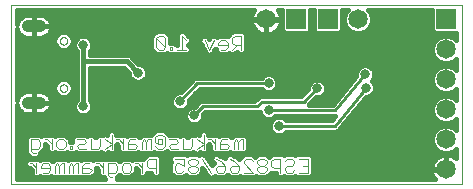
<source format=gbl>
G75*
%MOIN*%
%OFA0B0*%
%FSLAX25Y25*%
%IPPOS*%
%LPD*%
%AMOC8*
5,1,8,0,0,1.08239X$1,22.5*
%
%ADD10C,0.00000*%
%ADD11C,0.00400*%
%ADD12C,0.04000*%
%ADD13R,0.06500X0.06500*%
%ADD14C,0.06500*%
%ADD15C,0.03169*%
%ADD16C,0.01600*%
%ADD17C,0.01000*%
D10*
X0008000Y0002250D02*
X0008000Y0062211D01*
X0158201Y0062211D01*
X0158201Y0002250D01*
X0008000Y0002250D01*
X0024191Y0034376D02*
X0024193Y0034446D01*
X0024199Y0034516D01*
X0024209Y0034585D01*
X0024222Y0034654D01*
X0024240Y0034722D01*
X0024261Y0034789D01*
X0024286Y0034854D01*
X0024315Y0034918D01*
X0024347Y0034981D01*
X0024383Y0035041D01*
X0024422Y0035099D01*
X0024464Y0035155D01*
X0024509Y0035209D01*
X0024557Y0035260D01*
X0024608Y0035308D01*
X0024662Y0035353D01*
X0024718Y0035395D01*
X0024776Y0035434D01*
X0024836Y0035470D01*
X0024899Y0035502D01*
X0024963Y0035531D01*
X0025028Y0035556D01*
X0025095Y0035577D01*
X0025163Y0035595D01*
X0025232Y0035608D01*
X0025301Y0035618D01*
X0025371Y0035624D01*
X0025441Y0035626D01*
X0025511Y0035624D01*
X0025581Y0035618D01*
X0025650Y0035608D01*
X0025719Y0035595D01*
X0025787Y0035577D01*
X0025854Y0035556D01*
X0025919Y0035531D01*
X0025983Y0035502D01*
X0026046Y0035470D01*
X0026106Y0035434D01*
X0026164Y0035395D01*
X0026220Y0035353D01*
X0026274Y0035308D01*
X0026325Y0035260D01*
X0026373Y0035209D01*
X0026418Y0035155D01*
X0026460Y0035099D01*
X0026499Y0035041D01*
X0026535Y0034981D01*
X0026567Y0034918D01*
X0026596Y0034854D01*
X0026621Y0034789D01*
X0026642Y0034722D01*
X0026660Y0034654D01*
X0026673Y0034585D01*
X0026683Y0034516D01*
X0026689Y0034446D01*
X0026691Y0034376D01*
X0026689Y0034306D01*
X0026683Y0034236D01*
X0026673Y0034167D01*
X0026660Y0034098D01*
X0026642Y0034030D01*
X0026621Y0033963D01*
X0026596Y0033898D01*
X0026567Y0033834D01*
X0026535Y0033771D01*
X0026499Y0033711D01*
X0026460Y0033653D01*
X0026418Y0033597D01*
X0026373Y0033543D01*
X0026325Y0033492D01*
X0026274Y0033444D01*
X0026220Y0033399D01*
X0026164Y0033357D01*
X0026106Y0033318D01*
X0026046Y0033282D01*
X0025983Y0033250D01*
X0025919Y0033221D01*
X0025854Y0033196D01*
X0025787Y0033175D01*
X0025719Y0033157D01*
X0025650Y0033144D01*
X0025581Y0033134D01*
X0025511Y0033128D01*
X0025441Y0033126D01*
X0025371Y0033128D01*
X0025301Y0033134D01*
X0025232Y0033144D01*
X0025163Y0033157D01*
X0025095Y0033175D01*
X0025028Y0033196D01*
X0024963Y0033221D01*
X0024899Y0033250D01*
X0024836Y0033282D01*
X0024776Y0033318D01*
X0024718Y0033357D01*
X0024662Y0033399D01*
X0024608Y0033444D01*
X0024557Y0033492D01*
X0024509Y0033543D01*
X0024464Y0033597D01*
X0024422Y0033653D01*
X0024383Y0033711D01*
X0024347Y0033771D01*
X0024315Y0033834D01*
X0024286Y0033898D01*
X0024261Y0033963D01*
X0024240Y0034030D01*
X0024222Y0034098D01*
X0024209Y0034167D01*
X0024199Y0034236D01*
X0024193Y0034306D01*
X0024191Y0034376D01*
X0024191Y0050124D02*
X0024193Y0050194D01*
X0024199Y0050264D01*
X0024209Y0050333D01*
X0024222Y0050402D01*
X0024240Y0050470D01*
X0024261Y0050537D01*
X0024286Y0050602D01*
X0024315Y0050666D01*
X0024347Y0050729D01*
X0024383Y0050789D01*
X0024422Y0050847D01*
X0024464Y0050903D01*
X0024509Y0050957D01*
X0024557Y0051008D01*
X0024608Y0051056D01*
X0024662Y0051101D01*
X0024718Y0051143D01*
X0024776Y0051182D01*
X0024836Y0051218D01*
X0024899Y0051250D01*
X0024963Y0051279D01*
X0025028Y0051304D01*
X0025095Y0051325D01*
X0025163Y0051343D01*
X0025232Y0051356D01*
X0025301Y0051366D01*
X0025371Y0051372D01*
X0025441Y0051374D01*
X0025511Y0051372D01*
X0025581Y0051366D01*
X0025650Y0051356D01*
X0025719Y0051343D01*
X0025787Y0051325D01*
X0025854Y0051304D01*
X0025919Y0051279D01*
X0025983Y0051250D01*
X0026046Y0051218D01*
X0026106Y0051182D01*
X0026164Y0051143D01*
X0026220Y0051101D01*
X0026274Y0051056D01*
X0026325Y0051008D01*
X0026373Y0050957D01*
X0026418Y0050903D01*
X0026460Y0050847D01*
X0026499Y0050789D01*
X0026535Y0050729D01*
X0026567Y0050666D01*
X0026596Y0050602D01*
X0026621Y0050537D01*
X0026642Y0050470D01*
X0026660Y0050402D01*
X0026673Y0050333D01*
X0026683Y0050264D01*
X0026689Y0050194D01*
X0026691Y0050124D01*
X0026689Y0050054D01*
X0026683Y0049984D01*
X0026673Y0049915D01*
X0026660Y0049846D01*
X0026642Y0049778D01*
X0026621Y0049711D01*
X0026596Y0049646D01*
X0026567Y0049582D01*
X0026535Y0049519D01*
X0026499Y0049459D01*
X0026460Y0049401D01*
X0026418Y0049345D01*
X0026373Y0049291D01*
X0026325Y0049240D01*
X0026274Y0049192D01*
X0026220Y0049147D01*
X0026164Y0049105D01*
X0026106Y0049066D01*
X0026046Y0049030D01*
X0025983Y0048998D01*
X0025919Y0048969D01*
X0025854Y0048944D01*
X0025787Y0048923D01*
X0025719Y0048905D01*
X0025650Y0048892D01*
X0025581Y0048882D01*
X0025511Y0048876D01*
X0025441Y0048874D01*
X0025371Y0048876D01*
X0025301Y0048882D01*
X0025232Y0048892D01*
X0025163Y0048905D01*
X0025095Y0048923D01*
X0025028Y0048944D01*
X0024963Y0048969D01*
X0024899Y0048998D01*
X0024836Y0049030D01*
X0024776Y0049066D01*
X0024718Y0049105D01*
X0024662Y0049147D01*
X0024608Y0049192D01*
X0024557Y0049240D01*
X0024509Y0049291D01*
X0024464Y0049345D01*
X0024422Y0049401D01*
X0024383Y0049459D01*
X0024347Y0049519D01*
X0024315Y0049582D01*
X0024286Y0049646D01*
X0024261Y0049711D01*
X0024240Y0049778D01*
X0024222Y0049846D01*
X0024209Y0049915D01*
X0024199Y0049984D01*
X0024193Y0050054D01*
X0024191Y0050124D01*
D11*
X0056335Y0051037D02*
X0056335Y0047967D01*
X0057102Y0047200D01*
X0058637Y0047200D01*
X0059404Y0047967D01*
X0056335Y0051037D01*
X0057102Y0051804D01*
X0058637Y0051804D01*
X0059404Y0051037D01*
X0059404Y0047967D01*
X0060939Y0047967D02*
X0060939Y0047200D01*
X0061706Y0047200D01*
X0061706Y0047967D01*
X0060939Y0047967D01*
X0063241Y0047200D02*
X0066310Y0047200D01*
X0064775Y0047200D02*
X0064775Y0051804D01*
X0066310Y0050269D01*
X0072448Y0050269D02*
X0073983Y0047200D01*
X0075518Y0050269D01*
X0077052Y0049502D02*
X0077052Y0048735D01*
X0080122Y0048735D01*
X0080122Y0049502D02*
X0080122Y0047967D01*
X0079354Y0047200D01*
X0077820Y0047200D01*
X0077052Y0049502D02*
X0077820Y0050269D01*
X0079354Y0050269D01*
X0080122Y0049502D01*
X0081656Y0049502D02*
X0082424Y0048735D01*
X0084726Y0048735D01*
X0083191Y0048735D02*
X0081656Y0047200D01*
X0084726Y0047200D02*
X0084726Y0051804D01*
X0082424Y0051804D01*
X0081656Y0051037D01*
X0081656Y0049502D01*
X0072134Y0018804D02*
X0072134Y0014200D01*
X0072134Y0015735D02*
X0069832Y0017269D01*
X0068297Y0017269D02*
X0068297Y0014967D01*
X0067530Y0014200D01*
X0065228Y0014200D01*
X0065228Y0017269D01*
X0063693Y0016502D02*
X0062926Y0017269D01*
X0060624Y0017269D01*
X0059089Y0018037D02*
X0058322Y0018804D01*
X0056787Y0018804D01*
X0056020Y0018037D01*
X0056020Y0016502D01*
X0056787Y0015735D01*
X0056787Y0017269D01*
X0058322Y0017269D01*
X0058322Y0015735D01*
X0056787Y0015735D01*
X0056020Y0014967D02*
X0056787Y0014200D01*
X0058322Y0014200D01*
X0059089Y0014967D01*
X0059089Y0018037D01*
X0062926Y0015735D02*
X0063693Y0016502D01*
X0062926Y0015735D02*
X0061391Y0015735D01*
X0060624Y0014967D01*
X0061391Y0014200D01*
X0063693Y0014200D01*
X0069832Y0014200D02*
X0072134Y0015735D01*
X0073669Y0017269D02*
X0074436Y0017269D01*
X0075970Y0015735D01*
X0077505Y0015735D02*
X0079807Y0015735D01*
X0080574Y0014967D01*
X0079807Y0014200D01*
X0077505Y0014200D01*
X0077505Y0016502D01*
X0078272Y0017269D01*
X0079807Y0017269D01*
X0082109Y0016502D02*
X0082109Y0014200D01*
X0083644Y0014200D02*
X0083644Y0016502D01*
X0082876Y0017269D01*
X0082109Y0016502D01*
X0083644Y0016502D02*
X0084411Y0017269D01*
X0085178Y0017269D01*
X0085178Y0014200D01*
X0086213Y0010804D02*
X0087748Y0010804D01*
X0088515Y0010037D01*
X0090050Y0010037D02*
X0090050Y0009269D01*
X0090817Y0008502D01*
X0092352Y0008502D01*
X0093119Y0009269D01*
X0093119Y0010037D01*
X0092352Y0010804D01*
X0090817Y0010804D01*
X0090050Y0010037D01*
X0090817Y0008502D02*
X0090050Y0007735D01*
X0090050Y0006967D01*
X0090817Y0006200D01*
X0092352Y0006200D01*
X0093119Y0006967D01*
X0093119Y0007735D01*
X0092352Y0008502D01*
X0094654Y0008502D02*
X0094654Y0010037D01*
X0095421Y0010804D01*
X0097723Y0010804D01*
X0097723Y0006200D01*
X0099257Y0006967D02*
X0100025Y0006200D01*
X0101559Y0006200D01*
X0102327Y0006967D01*
X0103861Y0006200D02*
X0106931Y0006200D01*
X0106931Y0010804D01*
X0103861Y0010804D01*
X0102327Y0010037D02*
X0102327Y0009269D01*
X0101559Y0008502D01*
X0100025Y0008502D01*
X0099257Y0007735D01*
X0099257Y0006967D01*
X0097723Y0007735D02*
X0095421Y0007735D01*
X0094654Y0008502D01*
X0099257Y0010037D02*
X0100025Y0010804D01*
X0101559Y0010804D01*
X0102327Y0010037D01*
X0105396Y0008502D02*
X0106931Y0008502D01*
X0088515Y0006200D02*
X0085446Y0009269D01*
X0085446Y0010037D01*
X0086213Y0010804D01*
X0083911Y0008502D02*
X0081609Y0008502D01*
X0080842Y0007735D01*
X0080842Y0006967D01*
X0081609Y0006200D01*
X0083144Y0006200D01*
X0083911Y0006967D01*
X0083911Y0008502D01*
X0082376Y0010037D01*
X0080842Y0010804D01*
X0079307Y0008502D02*
X0077772Y0010037D01*
X0076238Y0010804D01*
X0077005Y0008502D02*
X0079307Y0008502D01*
X0079307Y0006967D01*
X0078540Y0006200D01*
X0077005Y0006200D01*
X0076238Y0006967D01*
X0076238Y0007735D01*
X0077005Y0008502D01*
X0074703Y0006200D02*
X0071634Y0010804D01*
X0070099Y0010037D02*
X0070099Y0009269D01*
X0069332Y0008502D01*
X0067797Y0008502D01*
X0067030Y0007735D01*
X0067030Y0006967D01*
X0067797Y0006200D01*
X0069332Y0006200D01*
X0070099Y0006967D01*
X0070099Y0007735D01*
X0069332Y0008502D01*
X0067797Y0008502D02*
X0067030Y0009269D01*
X0067030Y0010037D01*
X0067797Y0010804D01*
X0069332Y0010804D01*
X0070099Y0010037D01*
X0065495Y0010804D02*
X0065495Y0008502D01*
X0063961Y0009269D01*
X0063193Y0009269D01*
X0062426Y0008502D01*
X0062426Y0006967D01*
X0063193Y0006200D01*
X0064728Y0006200D01*
X0065495Y0006967D01*
X0065495Y0010804D02*
X0062426Y0010804D01*
X0056287Y0010804D02*
X0053986Y0010804D01*
X0053218Y0010037D01*
X0053218Y0008502D01*
X0053986Y0007735D01*
X0056287Y0007735D01*
X0056287Y0006200D02*
X0056287Y0010804D01*
X0051684Y0009269D02*
X0051684Y0006200D01*
X0047847Y0006967D02*
X0047080Y0006200D01*
X0045545Y0006200D01*
X0044778Y0006967D01*
X0044778Y0008502D01*
X0045545Y0009269D01*
X0047080Y0009269D01*
X0047847Y0008502D01*
X0047847Y0006967D01*
X0050149Y0009269D02*
X0051684Y0007735D01*
X0050149Y0009269D02*
X0049382Y0009269D01*
X0043243Y0008502D02*
X0043243Y0006967D01*
X0042476Y0006200D01*
X0040174Y0006200D01*
X0040174Y0005433D02*
X0040174Y0009269D01*
X0042476Y0009269D01*
X0043243Y0008502D01*
X0038639Y0009269D02*
X0038639Y0006200D01*
X0040174Y0005433D02*
X0040941Y0004665D01*
X0041708Y0004665D01*
X0038639Y0007735D02*
X0037104Y0009269D01*
X0036337Y0009269D01*
X0034035Y0009269D02*
X0032501Y0009269D01*
X0031733Y0008502D01*
X0031733Y0006200D01*
X0034035Y0006200D01*
X0034803Y0006967D01*
X0034035Y0007735D01*
X0031733Y0007735D01*
X0030199Y0009269D02*
X0029431Y0009269D01*
X0028664Y0008502D01*
X0027897Y0009269D01*
X0027129Y0008502D01*
X0027129Y0006200D01*
X0025595Y0006200D02*
X0025595Y0009269D01*
X0024827Y0009269D01*
X0024060Y0008502D01*
X0023293Y0009269D01*
X0022525Y0008502D01*
X0022525Y0006200D01*
X0024060Y0006200D02*
X0024060Y0008502D01*
X0020991Y0008502D02*
X0020223Y0009269D01*
X0018689Y0009269D01*
X0017921Y0008502D01*
X0017921Y0007735D01*
X0020991Y0007735D01*
X0020991Y0008502D02*
X0020991Y0006967D01*
X0020223Y0006200D01*
X0018689Y0006200D01*
X0016387Y0006200D02*
X0016387Y0009269D01*
X0016387Y0007735D02*
X0014852Y0009269D01*
X0014085Y0009269D01*
X0015352Y0012665D02*
X0014585Y0013433D01*
X0014585Y0017269D01*
X0016887Y0017269D01*
X0017654Y0016502D01*
X0017654Y0014967D01*
X0016887Y0014200D01*
X0014585Y0014200D01*
X0015352Y0012665D02*
X0016119Y0012665D01*
X0021491Y0014200D02*
X0021491Y0017269D01*
X0021491Y0015735D02*
X0019956Y0017269D01*
X0019189Y0017269D01*
X0023025Y0016502D02*
X0023793Y0017269D01*
X0025327Y0017269D01*
X0026095Y0016502D01*
X0026095Y0014967D01*
X0025327Y0014200D01*
X0023793Y0014200D01*
X0023025Y0014967D01*
X0023025Y0016502D01*
X0027629Y0014967D02*
X0027629Y0014200D01*
X0028397Y0014200D01*
X0028397Y0014967D01*
X0027629Y0014967D01*
X0029931Y0014967D02*
X0030699Y0015735D01*
X0032233Y0015735D01*
X0033001Y0016502D01*
X0032233Y0017269D01*
X0029931Y0017269D01*
X0029931Y0014967D02*
X0030699Y0014200D01*
X0033001Y0014200D01*
X0034535Y0014200D02*
X0034535Y0017269D01*
X0037604Y0017269D02*
X0037604Y0014967D01*
X0036837Y0014200D01*
X0034535Y0014200D01*
X0039139Y0014200D02*
X0041441Y0015735D01*
X0039139Y0017269D01*
X0041441Y0018804D02*
X0041441Y0014200D01*
X0043743Y0017269D02*
X0045278Y0015735D01*
X0046812Y0015735D02*
X0049114Y0015735D01*
X0049882Y0014967D01*
X0049114Y0014200D01*
X0046812Y0014200D01*
X0046812Y0016502D01*
X0047580Y0017269D01*
X0049114Y0017269D01*
X0051416Y0016502D02*
X0051416Y0014200D01*
X0052951Y0014200D02*
X0052951Y0016502D01*
X0052184Y0017269D01*
X0051416Y0016502D01*
X0052951Y0016502D02*
X0053718Y0017269D01*
X0054485Y0017269D01*
X0054485Y0014200D01*
X0045278Y0014200D02*
X0045278Y0017269D01*
X0043743Y0017269D02*
X0042976Y0017269D01*
X0030199Y0009269D02*
X0030199Y0006200D01*
X0028664Y0006200D02*
X0028664Y0008502D01*
X0075970Y0014200D02*
X0075970Y0017269D01*
X0085446Y0006200D02*
X0088515Y0006200D01*
D12*
X0017500Y0029550D02*
X0013500Y0029550D01*
X0013500Y0054950D02*
X0017500Y0054950D01*
D13*
X0103000Y0057250D03*
X0113500Y0057250D03*
X0153000Y0057250D03*
D14*
X0153000Y0047250D03*
X0153000Y0037250D03*
X0153000Y0027250D03*
X0153000Y0017250D03*
X0153000Y0007250D03*
X0123500Y0057250D03*
X0093000Y0057250D03*
D15*
X0126000Y0039000D03*
X0126250Y0034500D03*
X0110000Y0034250D03*
X0093750Y0036000D03*
X0075500Y0031250D03*
X0064250Y0030000D03*
X0069000Y0025250D03*
X0093750Y0027000D03*
X0097250Y0021750D03*
X0050250Y0039500D03*
X0037000Y0039500D03*
X0032000Y0048750D03*
X0032000Y0028250D03*
D16*
X0032000Y0043250D01*
X0046500Y0043250D01*
X0050250Y0039500D01*
X0053019Y0040614D02*
X0123439Y0040614D01*
X0123470Y0040690D02*
X0123016Y0039594D01*
X0123016Y0038406D01*
X0123021Y0038393D01*
X0115110Y0028900D01*
X0107337Y0028900D01*
X0107400Y0028963D01*
X0109703Y0031266D01*
X0110594Y0031266D01*
X0111690Y0031720D01*
X0112530Y0032560D01*
X0112984Y0033656D01*
X0112984Y0034844D01*
X0112530Y0035940D01*
X0111690Y0036780D01*
X0110594Y0037234D01*
X0109406Y0037234D01*
X0108310Y0036780D01*
X0107470Y0035940D01*
X0107016Y0034844D01*
X0107016Y0033953D01*
X0104713Y0031650D01*
X0091573Y0031650D01*
X0090861Y0031705D01*
X0090797Y0031650D01*
X0090713Y0031650D01*
X0090208Y0031145D01*
X0089047Y0030150D01*
X0072489Y0030150D01*
X0072454Y0030182D01*
X0071709Y0030150D01*
X0070963Y0030150D01*
X0070929Y0030116D01*
X0070881Y0030114D01*
X0070377Y0029564D01*
X0069850Y0029037D01*
X0069850Y0028989D01*
X0069158Y0028234D01*
X0068406Y0028234D01*
X0067310Y0027780D01*
X0066470Y0026940D01*
X0066016Y0025844D01*
X0066016Y0024656D01*
X0066470Y0023560D01*
X0067310Y0022720D01*
X0068406Y0022266D01*
X0069594Y0022266D01*
X0070690Y0022720D01*
X0071530Y0023560D01*
X0071984Y0024656D01*
X0071984Y0025694D01*
X0072586Y0026350D01*
X0089677Y0026350D01*
X0090389Y0026295D01*
X0090453Y0026350D01*
X0090537Y0026350D01*
X0090766Y0026579D01*
X0090766Y0026406D01*
X0091220Y0025310D01*
X0092060Y0024470D01*
X0093156Y0024016D01*
X0094344Y0024016D01*
X0095440Y0024470D01*
X0096070Y0025100D01*
X0115312Y0025100D01*
X0115388Y0025037D01*
X0116044Y0025096D01*
X0114853Y0023650D01*
X0099570Y0023650D01*
X0098940Y0024280D01*
X0097844Y0024734D01*
X0096656Y0024734D01*
X0095560Y0024280D01*
X0094720Y0023440D01*
X0094266Y0022344D01*
X0094266Y0021156D01*
X0094720Y0020060D01*
X0095560Y0019220D01*
X0096656Y0018766D01*
X0097844Y0018766D01*
X0098940Y0019220D01*
X0099570Y0019850D01*
X0115068Y0019850D01*
X0115150Y0019783D01*
X0115842Y0019850D01*
X0116537Y0019850D01*
X0116611Y0019925D01*
X0116716Y0019935D01*
X0117158Y0020471D01*
X0117650Y0020963D01*
X0117650Y0021068D01*
X0126254Y0031516D01*
X0126844Y0031516D01*
X0127940Y0031970D01*
X0128780Y0032810D01*
X0129234Y0033906D01*
X0129234Y0035094D01*
X0128780Y0036190D01*
X0128095Y0036875D01*
X0128530Y0037310D01*
X0128984Y0038406D01*
X0128984Y0039594D01*
X0128530Y0040690D01*
X0127690Y0041530D01*
X0126594Y0041984D01*
X0125406Y0041984D01*
X0124310Y0041530D01*
X0123470Y0040690D01*
X0123016Y0039016D02*
X0053234Y0039016D01*
X0053234Y0038906D02*
X0053234Y0040094D01*
X0052780Y0041190D01*
X0051940Y0042030D01*
X0050844Y0042484D01*
X0050377Y0042484D01*
X0048700Y0044161D01*
X0047411Y0045450D01*
X0034200Y0045450D01*
X0034200Y0046730D01*
X0034530Y0047060D01*
X0034984Y0048156D01*
X0034984Y0049344D01*
X0034530Y0050440D01*
X0033690Y0051280D01*
X0032594Y0051734D01*
X0031406Y0051734D01*
X0030310Y0051280D01*
X0029470Y0050440D01*
X0029016Y0049344D01*
X0029016Y0048156D01*
X0029470Y0047060D01*
X0029800Y0046730D01*
X0029800Y0030270D01*
X0029470Y0029940D01*
X0029016Y0028844D01*
X0029016Y0027656D01*
X0029470Y0026560D01*
X0030310Y0025720D01*
X0031406Y0025266D01*
X0032594Y0025266D01*
X0033690Y0025720D01*
X0034530Y0026560D01*
X0034984Y0027656D01*
X0034984Y0028844D01*
X0034530Y0029940D01*
X0034200Y0030270D01*
X0034200Y0041050D01*
X0045589Y0041050D01*
X0047266Y0039373D01*
X0047266Y0038906D01*
X0047720Y0037810D01*
X0048560Y0036970D01*
X0049656Y0036516D01*
X0050844Y0036516D01*
X0051940Y0036970D01*
X0052780Y0037810D01*
X0053234Y0038906D01*
X0052388Y0037417D02*
X0068727Y0037417D01*
X0068642Y0037329D02*
X0068100Y0036787D01*
X0068100Y0036763D01*
X0064478Y0032984D01*
X0063656Y0032984D01*
X0062560Y0032530D01*
X0061720Y0031690D01*
X0061266Y0030594D01*
X0061266Y0029406D01*
X0061720Y0028310D01*
X0062560Y0027470D01*
X0063656Y0027016D01*
X0064844Y0027016D01*
X0065940Y0027470D01*
X0066780Y0028310D01*
X0067234Y0029406D01*
X0067234Y0030368D01*
X0070811Y0034100D01*
X0091430Y0034100D01*
X0092060Y0033470D01*
X0093156Y0033016D01*
X0094344Y0033016D01*
X0095440Y0033470D01*
X0096280Y0034310D01*
X0096734Y0035406D01*
X0096734Y0036594D01*
X0096280Y0037690D01*
X0095440Y0038530D01*
X0094344Y0038984D01*
X0093156Y0038984D01*
X0092060Y0038530D01*
X0091430Y0037900D01*
X0070763Y0037900D01*
X0070746Y0037916D01*
X0069980Y0037900D01*
X0069213Y0037900D01*
X0069196Y0037883D01*
X0069173Y0037883D01*
X0068642Y0037329D01*
X0067195Y0035819D02*
X0034200Y0035819D01*
X0034200Y0034220D02*
X0065663Y0034220D01*
X0062781Y0032622D02*
X0034200Y0032622D01*
X0034200Y0031023D02*
X0061444Y0031023D01*
X0061266Y0029425D02*
X0034744Y0029425D01*
X0034984Y0027826D02*
X0062203Y0027826D01*
X0066297Y0027826D02*
X0067421Y0027826D01*
X0067234Y0029425D02*
X0070238Y0029425D01*
X0067862Y0031023D02*
X0090066Y0031023D01*
X0096191Y0034220D02*
X0107016Y0034220D01*
X0107420Y0035819D02*
X0096734Y0035819D01*
X0096393Y0037417D02*
X0122208Y0037417D01*
X0120876Y0035819D02*
X0112580Y0035819D01*
X0112984Y0034220D02*
X0119544Y0034220D01*
X0118212Y0032622D02*
X0112556Y0032622D01*
X0109460Y0031023D02*
X0116879Y0031023D01*
X0115547Y0029425D02*
X0107862Y0029425D01*
X0105685Y0032622D02*
X0069394Y0032622D01*
X0075500Y0031250D02*
X0076250Y0031000D01*
X0072474Y0026228D02*
X0090840Y0026228D01*
X0091900Y0024629D02*
X0071973Y0024629D01*
X0071001Y0023031D02*
X0094550Y0023031D01*
X0094266Y0021432D02*
X0009800Y0021432D01*
X0009800Y0019834D02*
X0040208Y0019834D01*
X0039841Y0019467D02*
X0039841Y0018724D01*
X0039475Y0018968D01*
X0038386Y0018750D01*
X0038267Y0018869D01*
X0036942Y0018869D01*
X0036070Y0017997D01*
X0035198Y0018869D01*
X0033872Y0018869D01*
X0033384Y0018381D01*
X0032896Y0018869D01*
X0029268Y0018869D01*
X0028331Y0017932D01*
X0028331Y0016607D01*
X0028370Y0016567D01*
X0027695Y0016567D01*
X0027695Y0017165D01*
X0027118Y0017741D01*
X0026927Y0017932D01*
X0026566Y0018293D01*
X0025990Y0018869D01*
X0023130Y0018869D01*
X0022642Y0018381D01*
X0022153Y0018869D01*
X0020828Y0018869D01*
X0020723Y0018765D01*
X0020619Y0018869D01*
X0018526Y0018869D01*
X0018038Y0018381D01*
X0017550Y0018869D01*
X0013922Y0018869D01*
X0012985Y0017932D01*
X0012985Y0012770D01*
X0013922Y0011833D01*
X0014689Y0011065D01*
X0016015Y0011065D01*
X0016782Y0011065D01*
X0017719Y0012003D01*
X0017719Y0012770D01*
X0018487Y0013537D01*
X0019254Y0014305D01*
X0019254Y0015669D01*
X0019293Y0015669D01*
X0019891Y0015072D01*
X0019891Y0013537D01*
X0020828Y0012600D01*
X0022153Y0012600D01*
X0022642Y0013088D01*
X0023130Y0012600D01*
X0025990Y0012600D01*
X0026478Y0013088D01*
X0026967Y0012600D01*
X0029059Y0012600D01*
X0029548Y0013088D01*
X0030036Y0012600D01*
X0033663Y0012600D01*
X0033768Y0012705D01*
X0033872Y0012600D01*
X0037500Y0012600D01*
X0037970Y0013070D01*
X0038175Y0012761D01*
X0039475Y0012501D01*
X0040316Y0013062D01*
X0040778Y0012600D01*
X0042104Y0012600D01*
X0043041Y0013537D01*
X0043041Y0015250D01*
X0043140Y0015399D01*
X0043087Y0015662D01*
X0043678Y0015072D01*
X0043678Y0013537D01*
X0044615Y0012600D01*
X0045940Y0012600D01*
X0046045Y0012705D01*
X0046150Y0012600D01*
X0049777Y0012600D01*
X0050265Y0013088D01*
X0050753Y0012600D01*
X0052079Y0012600D01*
X0052184Y0012705D01*
X0052288Y0012600D01*
X0053614Y0012600D01*
X0053718Y0012705D01*
X0053823Y0012600D01*
X0055148Y0012600D01*
X0055636Y0013088D01*
X0056125Y0012600D01*
X0058985Y0012600D01*
X0059857Y0013472D01*
X0059961Y0013367D01*
X0059961Y0013367D01*
X0060169Y0013160D01*
X0060729Y0012600D01*
X0064356Y0012600D01*
X0064461Y0012705D01*
X0064565Y0012600D01*
X0068193Y0012600D01*
X0068662Y0013070D01*
X0068868Y0012761D01*
X0070168Y0012501D01*
X0071009Y0013062D01*
X0071471Y0012600D01*
X0072797Y0012600D01*
X0073734Y0013537D01*
X0073734Y0015250D01*
X0073833Y0015399D01*
X0073780Y0015662D01*
X0074370Y0015072D01*
X0074370Y0013537D01*
X0075308Y0012600D01*
X0076633Y0012600D01*
X0076738Y0012705D01*
X0076842Y0012600D01*
X0080470Y0012600D01*
X0080958Y0013088D01*
X0081446Y0012600D01*
X0082772Y0012600D01*
X0082876Y0012705D01*
X0082981Y0012600D01*
X0084306Y0012600D01*
X0084411Y0012705D01*
X0084516Y0012600D01*
X0085841Y0012600D01*
X0086778Y0013537D01*
X0086778Y0017932D01*
X0085841Y0018869D01*
X0083748Y0018869D01*
X0083644Y0018765D01*
X0083539Y0018869D01*
X0082214Y0018869D01*
X0081446Y0018102D01*
X0081342Y0017997D01*
X0080470Y0018869D01*
X0077610Y0018869D01*
X0077121Y0018381D01*
X0076633Y0018869D01*
X0075308Y0018869D01*
X0075203Y0018765D01*
X0075099Y0018869D01*
X0073734Y0018869D01*
X0073734Y0019467D01*
X0072797Y0020404D01*
X0071471Y0020404D01*
X0070534Y0019467D01*
X0070534Y0018724D01*
X0070168Y0018968D01*
X0069079Y0018750D01*
X0068960Y0018869D01*
X0067635Y0018869D01*
X0066763Y0017997D01*
X0065891Y0018869D01*
X0064565Y0018869D01*
X0064077Y0018381D01*
X0063589Y0018869D01*
X0060519Y0018869D01*
X0060129Y0019259D01*
X0059922Y0019467D01*
X0059545Y0019844D01*
X0058985Y0020404D01*
X0056125Y0020404D01*
X0055357Y0019637D01*
X0054590Y0018869D01*
X0053055Y0018869D01*
X0052951Y0018765D01*
X0052846Y0018869D01*
X0051521Y0018869D01*
X0050753Y0018102D01*
X0050649Y0017997D01*
X0049777Y0018869D01*
X0046917Y0018869D01*
X0046429Y0018381D01*
X0045940Y0018869D01*
X0044615Y0018869D01*
X0044510Y0018765D01*
X0044406Y0018869D01*
X0043041Y0018869D01*
X0043041Y0019467D01*
X0042104Y0020404D01*
X0040778Y0020404D01*
X0039841Y0019467D01*
X0042674Y0019834D02*
X0055554Y0019834D01*
X0059555Y0019834D02*
X0070901Y0019834D01*
X0073367Y0019834D02*
X0094946Y0019834D01*
X0099554Y0019834D02*
X0115088Y0019834D01*
X0115673Y0019834D02*
X0149037Y0019834D01*
X0149058Y0019884D02*
X0148350Y0018175D01*
X0148350Y0016325D01*
X0149058Y0014616D01*
X0150366Y0013308D01*
X0152075Y0012600D01*
X0153925Y0012600D01*
X0155634Y0013308D01*
X0156401Y0014075D01*
X0156401Y0010991D01*
X0156290Y0011102D01*
X0155647Y0011569D01*
X0154939Y0011930D01*
X0154183Y0012176D01*
X0153397Y0012300D01*
X0153075Y0012300D01*
X0153075Y0007325D01*
X0152925Y0007325D01*
X0152925Y0012300D01*
X0152603Y0012300D01*
X0151817Y0012176D01*
X0151061Y0011930D01*
X0150353Y0011569D01*
X0149710Y0011102D01*
X0149148Y0010540D01*
X0148681Y0009897D01*
X0148320Y0009189D01*
X0148074Y0008433D01*
X0147950Y0007647D01*
X0147950Y0007325D01*
X0152925Y0007325D01*
X0152925Y0007175D01*
X0147950Y0007175D01*
X0147950Y0006853D01*
X0148074Y0006067D01*
X0148320Y0005311D01*
X0148681Y0004603D01*
X0149083Y0004050D01*
X0043308Y0004050D01*
X0043308Y0004770D01*
X0044010Y0005472D01*
X0044115Y0005367D01*
X0044322Y0005160D01*
X0044882Y0004600D01*
X0047742Y0004600D01*
X0049447Y0006305D01*
X0049447Y0007669D01*
X0049486Y0007669D01*
X0050084Y0007072D01*
X0050084Y0005537D01*
X0051021Y0004600D01*
X0052346Y0004600D01*
X0053284Y0005537D01*
X0053284Y0006174D01*
X0053323Y0006135D01*
X0054687Y0006135D01*
X0054687Y0005537D01*
X0055625Y0004600D01*
X0056950Y0004600D01*
X0057887Y0005537D01*
X0057887Y0011467D01*
X0056950Y0012404D01*
X0053323Y0012404D01*
X0052555Y0011637D01*
X0051788Y0010869D01*
X0051021Y0010869D01*
X0050916Y0010765D01*
X0050812Y0010869D01*
X0048719Y0010869D01*
X0048231Y0010381D01*
X0047742Y0010869D01*
X0044882Y0010869D01*
X0044010Y0009997D01*
X0043715Y0010293D01*
X0043138Y0010869D01*
X0039511Y0010869D01*
X0039406Y0010765D01*
X0039302Y0010869D01*
X0037976Y0010869D01*
X0037872Y0010765D01*
X0037767Y0010869D01*
X0035674Y0010869D01*
X0035186Y0010381D01*
X0034698Y0010869D01*
X0031838Y0010869D01*
X0031350Y0010381D01*
X0030861Y0010869D01*
X0028769Y0010869D01*
X0028664Y0010765D01*
X0028559Y0010869D01*
X0027234Y0010869D01*
X0026746Y0010381D01*
X0026257Y0010869D01*
X0024165Y0010869D01*
X0024060Y0010765D01*
X0023955Y0010869D01*
X0022630Y0010869D01*
X0021863Y0010102D01*
X0021758Y0009997D01*
X0021446Y0010309D01*
X0020886Y0010869D01*
X0018026Y0010869D01*
X0017538Y0010381D01*
X0017050Y0010869D01*
X0015724Y0010869D01*
X0015619Y0010765D01*
X0015515Y0010869D01*
X0013422Y0010869D01*
X0012485Y0009932D01*
X0012485Y0008607D01*
X0013422Y0007669D01*
X0014189Y0007669D01*
X0014787Y0007072D01*
X0014787Y0005537D01*
X0015724Y0004600D01*
X0017050Y0004600D01*
X0017538Y0005088D01*
X0018026Y0004600D01*
X0020886Y0004600D01*
X0021374Y0005088D01*
X0021863Y0004600D01*
X0023188Y0004600D01*
X0023293Y0004705D01*
X0023397Y0004600D01*
X0024723Y0004600D01*
X0024827Y0004705D01*
X0024932Y0004600D01*
X0026257Y0004600D01*
X0026362Y0004705D01*
X0026467Y0004600D01*
X0027792Y0004600D01*
X0027897Y0004705D01*
X0028001Y0004600D01*
X0029327Y0004600D01*
X0029431Y0004705D01*
X0029536Y0004600D01*
X0030861Y0004600D01*
X0030966Y0004705D01*
X0031070Y0004600D01*
X0034698Y0004600D01*
X0035927Y0005829D01*
X0036402Y0006305D01*
X0036402Y0007630D01*
X0036363Y0007669D01*
X0036442Y0007669D01*
X0037039Y0007072D01*
X0037039Y0005537D01*
X0037976Y0004600D01*
X0038744Y0004600D01*
X0039294Y0004050D01*
X0009800Y0004050D01*
X0009800Y0028673D01*
X0009846Y0028442D01*
X0010132Y0027750D01*
X0010548Y0027128D01*
X0011078Y0026598D01*
X0011700Y0026182D01*
X0012392Y0025896D01*
X0013126Y0025750D01*
X0015500Y0025750D01*
X0017874Y0025750D01*
X0018608Y0025896D01*
X0019300Y0026182D01*
X0019922Y0026598D01*
X0020452Y0027128D01*
X0020868Y0027750D01*
X0021154Y0028442D01*
X0021300Y0029176D01*
X0021300Y0029550D01*
X0021300Y0029924D01*
X0021154Y0030658D01*
X0020868Y0031350D01*
X0020452Y0031972D01*
X0019922Y0032502D01*
X0019300Y0032918D01*
X0018608Y0033204D01*
X0017874Y0033350D01*
X0015500Y0033350D01*
X0015500Y0029550D01*
X0015500Y0029550D01*
X0021300Y0029550D01*
X0015500Y0029550D01*
X0015500Y0029550D01*
X0015500Y0033350D01*
X0013126Y0033350D01*
X0012392Y0033204D01*
X0011700Y0032918D01*
X0011078Y0032502D01*
X0010548Y0031972D01*
X0010132Y0031350D01*
X0009846Y0030658D01*
X0009800Y0030427D01*
X0009800Y0054073D01*
X0009846Y0053842D01*
X0010132Y0053150D01*
X0010548Y0052528D01*
X0011078Y0051998D01*
X0011700Y0051582D01*
X0012392Y0051296D01*
X0013126Y0051150D01*
X0015500Y0051150D01*
X0017874Y0051150D01*
X0018608Y0051296D01*
X0019300Y0051582D01*
X0019922Y0051998D01*
X0020452Y0052528D01*
X0020868Y0053150D01*
X0021154Y0053842D01*
X0021300Y0054576D01*
X0021300Y0054950D01*
X0021300Y0055324D01*
X0021154Y0056058D01*
X0020868Y0056750D01*
X0020452Y0057372D01*
X0019922Y0057902D01*
X0019300Y0058318D01*
X0018608Y0058604D01*
X0017874Y0058750D01*
X0015500Y0058750D01*
X0015500Y0054950D01*
X0015500Y0054950D01*
X0021300Y0054950D01*
X0015500Y0054950D01*
X0015500Y0054950D01*
X0015500Y0058750D01*
X0013126Y0058750D01*
X0012392Y0058604D01*
X0011700Y0058318D01*
X0011078Y0057902D01*
X0010548Y0057372D01*
X0010132Y0056750D01*
X0009846Y0056058D01*
X0009800Y0055827D01*
X0009800Y0060411D01*
X0089054Y0060411D01*
X0088681Y0059897D01*
X0088320Y0059189D01*
X0088074Y0058433D01*
X0087950Y0057647D01*
X0087950Y0057325D01*
X0092925Y0057325D01*
X0092925Y0057175D01*
X0087950Y0057175D01*
X0087950Y0056853D01*
X0088074Y0056067D01*
X0088320Y0055311D01*
X0088681Y0054603D01*
X0089148Y0053960D01*
X0089710Y0053398D01*
X0090353Y0052931D01*
X0091061Y0052570D01*
X0091817Y0052324D01*
X0092603Y0052200D01*
X0092925Y0052200D01*
X0092925Y0057175D01*
X0093075Y0057175D01*
X0093075Y0057325D01*
X0098050Y0057325D01*
X0098050Y0057647D01*
X0097926Y0058433D01*
X0097680Y0059189D01*
X0097319Y0059897D01*
X0096946Y0060411D01*
X0098350Y0060411D01*
X0098350Y0053420D01*
X0099170Y0052600D01*
X0106830Y0052600D01*
X0107650Y0053420D01*
X0107650Y0060411D01*
X0108850Y0060411D01*
X0108850Y0053420D01*
X0109670Y0052600D01*
X0117330Y0052600D01*
X0118150Y0053420D01*
X0118150Y0060411D01*
X0120085Y0060411D01*
X0119558Y0059884D01*
X0118850Y0058175D01*
X0118850Y0056325D01*
X0119558Y0054616D01*
X0120866Y0053308D01*
X0122575Y0052600D01*
X0124425Y0052600D01*
X0126134Y0053308D01*
X0127442Y0054616D01*
X0128150Y0056325D01*
X0128150Y0058175D01*
X0127442Y0059884D01*
X0126915Y0060411D01*
X0148350Y0060411D01*
X0148350Y0053420D01*
X0149170Y0052600D01*
X0156401Y0052600D01*
X0156401Y0050425D01*
X0155634Y0051192D01*
X0153925Y0051900D01*
X0152075Y0051900D01*
X0150366Y0051192D01*
X0149058Y0049884D01*
X0148350Y0048175D01*
X0148350Y0046325D01*
X0149058Y0044616D01*
X0150366Y0043308D01*
X0152075Y0042600D01*
X0153925Y0042600D01*
X0155634Y0043308D01*
X0156401Y0044075D01*
X0156401Y0040425D01*
X0155634Y0041192D01*
X0153925Y0041900D01*
X0152075Y0041900D01*
X0150366Y0041192D01*
X0149058Y0039884D01*
X0148350Y0038175D01*
X0148350Y0036325D01*
X0149058Y0034616D01*
X0150366Y0033308D01*
X0152075Y0032600D01*
X0153925Y0032600D01*
X0155634Y0033308D01*
X0156401Y0034075D01*
X0156401Y0030425D01*
X0155634Y0031192D01*
X0153925Y0031900D01*
X0152075Y0031900D01*
X0150366Y0031192D01*
X0149058Y0029884D01*
X0148350Y0028175D01*
X0148350Y0026325D01*
X0149058Y0024616D01*
X0150366Y0023308D01*
X0152075Y0022600D01*
X0153925Y0022600D01*
X0155634Y0023308D01*
X0156401Y0024075D01*
X0156401Y0020425D01*
X0155634Y0021192D01*
X0153925Y0021900D01*
X0152075Y0021900D01*
X0150366Y0021192D01*
X0149058Y0019884D01*
X0150946Y0021432D02*
X0117950Y0021432D01*
X0119266Y0023031D02*
X0151035Y0023031D01*
X0149052Y0024629D02*
X0120582Y0024629D01*
X0121899Y0026228D02*
X0148390Y0026228D01*
X0148350Y0027826D02*
X0123215Y0027826D01*
X0124532Y0029425D02*
X0148868Y0029425D01*
X0150197Y0031023D02*
X0125848Y0031023D01*
X0128592Y0032622D02*
X0152023Y0032622D01*
X0153977Y0032622D02*
X0156401Y0032622D01*
X0156401Y0031023D02*
X0155803Y0031023D01*
X0149454Y0034220D02*
X0129234Y0034220D01*
X0128934Y0035819D02*
X0148560Y0035819D01*
X0148350Y0037417D02*
X0128575Y0037417D01*
X0128984Y0039016D02*
X0148698Y0039016D01*
X0149788Y0040614D02*
X0128561Y0040614D01*
X0148729Y0045410D02*
X0047451Y0045410D01*
X0049050Y0043811D02*
X0149863Y0043811D01*
X0148350Y0047008D02*
X0086326Y0047008D01*
X0086326Y0046537D02*
X0086326Y0052467D01*
X0085388Y0053404D01*
X0081761Y0053404D01*
X0080994Y0052637D01*
X0080122Y0051765D01*
X0080017Y0051869D01*
X0077157Y0051869D01*
X0076736Y0051449D01*
X0075640Y0051997D01*
X0074383Y0051578D01*
X0073983Y0050778D01*
X0073583Y0051578D01*
X0072326Y0051997D01*
X0071140Y0051404D01*
X0070721Y0050146D01*
X0072501Y0046586D01*
X0072675Y0046065D01*
X0072791Y0046007D01*
X0072848Y0045892D01*
X0073369Y0045718D01*
X0073860Y0045473D01*
X0073983Y0045513D01*
X0074106Y0045473D01*
X0074597Y0045718D01*
X0075118Y0045892D01*
X0075176Y0046007D01*
X0075291Y0046065D01*
X0075465Y0046586D01*
X0075956Y0047568D01*
X0076220Y0047305D01*
X0076220Y0046537D01*
X0077157Y0045600D01*
X0080017Y0045600D01*
X0080505Y0046088D01*
X0080994Y0045600D01*
X0082319Y0045600D01*
X0083191Y0046472D01*
X0084063Y0045600D01*
X0085388Y0045600D01*
X0086326Y0046537D01*
X0086326Y0048607D02*
X0148529Y0048607D01*
X0149379Y0050205D02*
X0086326Y0050205D01*
X0086326Y0051804D02*
X0151843Y0051804D01*
X0154157Y0051804D02*
X0156401Y0051804D01*
X0148368Y0053402D02*
X0126228Y0053402D01*
X0127601Y0055001D02*
X0148350Y0055001D01*
X0148350Y0056599D02*
X0128150Y0056599D01*
X0128140Y0058198D02*
X0148350Y0058198D01*
X0148350Y0059796D02*
X0127478Y0059796D01*
X0119522Y0059796D02*
X0118150Y0059796D01*
X0118150Y0058198D02*
X0118860Y0058198D01*
X0118850Y0056599D02*
X0118150Y0056599D01*
X0118150Y0055001D02*
X0119398Y0055001D01*
X0118132Y0053402D02*
X0120772Y0053402D01*
X0108868Y0053402D02*
X0107632Y0053402D01*
X0107650Y0055001D02*
X0108850Y0055001D01*
X0108850Y0056599D02*
X0107650Y0056599D01*
X0107650Y0058198D02*
X0108850Y0058198D01*
X0108850Y0059796D02*
X0107650Y0059796D01*
X0098350Y0059796D02*
X0097370Y0059796D01*
X0097963Y0058198D02*
X0098350Y0058198D01*
X0098050Y0057175D02*
X0093075Y0057175D01*
X0093075Y0052200D01*
X0093397Y0052200D01*
X0094183Y0052324D01*
X0094939Y0052570D01*
X0095647Y0052931D01*
X0096290Y0053398D01*
X0096852Y0053960D01*
X0097319Y0054603D01*
X0097680Y0055311D01*
X0097926Y0056067D01*
X0098050Y0056853D01*
X0098050Y0057175D01*
X0098010Y0056599D02*
X0098350Y0056599D01*
X0098350Y0055001D02*
X0097522Y0055001D01*
X0098368Y0053402D02*
X0096294Y0053402D01*
X0093075Y0053402D02*
X0092925Y0053402D01*
X0092925Y0055001D02*
X0093075Y0055001D01*
X0093075Y0056599D02*
X0092925Y0056599D01*
X0088478Y0055001D02*
X0021300Y0055001D01*
X0020972Y0053402D02*
X0056438Y0053402D01*
X0056439Y0053404D02*
X0055672Y0052637D01*
X0054735Y0051699D01*
X0054735Y0047305D01*
X0055311Y0046728D01*
X0055672Y0046367D01*
X0055863Y0046176D01*
X0056439Y0045600D01*
X0059299Y0045600D01*
X0059788Y0046088D01*
X0060276Y0045600D01*
X0062369Y0045600D01*
X0062473Y0045705D01*
X0062578Y0045600D01*
X0066973Y0045600D01*
X0067910Y0046537D01*
X0067910Y0047863D01*
X0067038Y0048735D01*
X0067910Y0049607D01*
X0067910Y0050932D01*
X0065438Y0053404D01*
X0064112Y0053404D01*
X0064099Y0053390D01*
X0063175Y0052467D01*
X0063175Y0048800D01*
X0063136Y0048800D01*
X0062369Y0049567D01*
X0061004Y0049567D01*
X0061004Y0051699D01*
X0060444Y0052259D01*
X0060237Y0052467D01*
X0059859Y0052844D01*
X0059299Y0053404D01*
X0056439Y0053404D01*
X0059301Y0053402D02*
X0064111Y0053402D01*
X0065440Y0053402D02*
X0081759Y0053402D01*
X0085390Y0053402D02*
X0089706Y0053402D01*
X0087990Y0056599D02*
X0020930Y0056599D01*
X0019479Y0058198D02*
X0088037Y0058198D01*
X0088630Y0059796D02*
X0009800Y0059796D01*
X0009800Y0058198D02*
X0011521Y0058198D01*
X0010070Y0056599D02*
X0009800Y0056599D01*
X0015500Y0056599D02*
X0015500Y0056599D01*
X0015500Y0055001D02*
X0015500Y0055001D01*
X0015500Y0054950D02*
X0015500Y0051150D01*
X0015500Y0054950D01*
X0015500Y0054950D01*
X0015500Y0053402D02*
X0015500Y0053402D01*
X0015500Y0051804D02*
X0015500Y0051804D01*
X0011369Y0051804D02*
X0009800Y0051804D01*
X0009800Y0050205D02*
X0022391Y0050205D01*
X0022391Y0050731D02*
X0022391Y0049517D01*
X0022855Y0048396D01*
X0023713Y0047538D01*
X0024834Y0047074D01*
X0026048Y0047074D01*
X0027169Y0047538D01*
X0028027Y0048396D01*
X0028491Y0049517D01*
X0028491Y0050731D01*
X0028027Y0051852D01*
X0027169Y0052710D01*
X0026048Y0053174D01*
X0024834Y0053174D01*
X0023713Y0052710D01*
X0022855Y0051852D01*
X0022391Y0050731D01*
X0022835Y0051804D02*
X0019631Y0051804D01*
X0022768Y0048607D02*
X0009800Y0048607D01*
X0009800Y0047008D02*
X0029521Y0047008D01*
X0029800Y0045410D02*
X0009800Y0045410D01*
X0009800Y0043811D02*
X0029800Y0043811D01*
X0029800Y0042213D02*
X0009800Y0042213D01*
X0009800Y0040614D02*
X0029800Y0040614D01*
X0029800Y0039016D02*
X0009800Y0039016D01*
X0009800Y0037417D02*
X0024813Y0037417D01*
X0024834Y0037426D02*
X0023713Y0036962D01*
X0022855Y0036104D01*
X0022391Y0034983D01*
X0022391Y0033769D01*
X0022855Y0032648D01*
X0023713Y0031790D01*
X0024834Y0031326D01*
X0026048Y0031326D01*
X0027169Y0031790D01*
X0028027Y0032648D01*
X0028491Y0033769D01*
X0028491Y0034983D01*
X0028027Y0036104D01*
X0027169Y0036962D01*
X0026048Y0037426D01*
X0024834Y0037426D01*
X0026069Y0037417D02*
X0029800Y0037417D01*
X0029800Y0035819D02*
X0028145Y0035819D01*
X0028491Y0034220D02*
X0029800Y0034220D01*
X0029800Y0032622D02*
X0028000Y0032622D01*
X0029800Y0031023D02*
X0021003Y0031023D01*
X0019743Y0032622D02*
X0022882Y0032622D01*
X0022391Y0034220D02*
X0009800Y0034220D01*
X0009800Y0032622D02*
X0011257Y0032622D01*
X0009997Y0031023D02*
X0009800Y0031023D01*
X0015500Y0031023D02*
X0015500Y0031023D01*
X0015500Y0029550D02*
X0015500Y0025750D01*
X0015500Y0029550D01*
X0015500Y0029550D01*
X0015500Y0029425D02*
X0015500Y0029425D01*
X0015500Y0027826D02*
X0015500Y0027826D01*
X0015500Y0026228D02*
X0015500Y0026228D01*
X0011632Y0026228D02*
X0009800Y0026228D01*
X0009800Y0027826D02*
X0010101Y0027826D01*
X0009800Y0024629D02*
X0066027Y0024629D01*
X0066175Y0026228D02*
X0034198Y0026228D01*
X0029802Y0026228D02*
X0019368Y0026228D01*
X0020899Y0027826D02*
X0029016Y0027826D01*
X0029256Y0029425D02*
X0021300Y0029425D01*
X0015500Y0032622D02*
X0015500Y0032622D01*
X0009800Y0035819D02*
X0022737Y0035819D01*
X0034200Y0037417D02*
X0048112Y0037417D01*
X0047266Y0039016D02*
X0034200Y0039016D01*
X0034200Y0040614D02*
X0046024Y0040614D01*
X0051499Y0042213D02*
X0156401Y0042213D01*
X0156401Y0043811D02*
X0156137Y0043811D01*
X0156212Y0040614D02*
X0156401Y0040614D01*
X0156401Y0023031D02*
X0154965Y0023031D01*
X0155054Y0021432D02*
X0156401Y0021432D01*
X0148375Y0018235D02*
X0086475Y0018235D01*
X0086778Y0016637D02*
X0148350Y0016637D01*
X0148883Y0015038D02*
X0086778Y0015038D01*
X0086681Y0013440D02*
X0150234Y0013440D01*
X0150887Y0011841D02*
X0108156Y0011841D01*
X0108531Y0011467D02*
X0107593Y0012404D01*
X0103199Y0012404D01*
X0102710Y0011916D01*
X0102222Y0012404D01*
X0099362Y0012404D01*
X0098874Y0011916D01*
X0098386Y0012404D01*
X0094758Y0012404D01*
X0093991Y0011637D01*
X0093886Y0011532D01*
X0093574Y0011844D01*
X0093014Y0012404D01*
X0090154Y0012404D01*
X0089387Y0011637D01*
X0089282Y0011532D01*
X0088987Y0011827D01*
X0088410Y0012404D01*
X0085550Y0012404D01*
X0084613Y0011467D01*
X0083911Y0010765D01*
X0083775Y0010901D01*
X0083685Y0011171D01*
X0083324Y0011352D01*
X0083039Y0011637D01*
X0082754Y0011637D01*
X0080965Y0012531D01*
X0079707Y0012112D01*
X0079143Y0010984D01*
X0079081Y0011171D01*
X0078720Y0011352D01*
X0078435Y0011637D01*
X0078150Y0011637D01*
X0076361Y0012531D01*
X0075103Y0012112D01*
X0074510Y0010927D01*
X0074930Y0009669D01*
X0075583Y0009343D01*
X0075405Y0009165D01*
X0074952Y0008711D01*
X0072598Y0012243D01*
X0071298Y0012503D01*
X0070457Y0011942D01*
X0069995Y0012404D01*
X0067135Y0012404D01*
X0066646Y0011916D01*
X0066158Y0012404D01*
X0061763Y0012404D01*
X0060826Y0011467D01*
X0060826Y0010141D01*
X0061314Y0009653D01*
X0060826Y0009165D01*
X0060826Y0006305D01*
X0061403Y0005728D01*
X0061763Y0005367D01*
X0061763Y0005367D01*
X0061954Y0005176D01*
X0062531Y0004600D01*
X0065391Y0004600D01*
X0066263Y0005472D01*
X0066367Y0005367D01*
X0066367Y0005367D01*
X0066558Y0005176D01*
X0067135Y0004600D01*
X0069995Y0004600D01*
X0070762Y0005367D01*
X0071699Y0006305D01*
X0071699Y0007821D01*
X0073740Y0004761D01*
X0075039Y0004501D01*
X0075880Y0005062D01*
X0076342Y0004600D01*
X0079203Y0004600D01*
X0080074Y0005472D01*
X0080179Y0005367D01*
X0080386Y0005160D01*
X0080946Y0004600D01*
X0083806Y0004600D01*
X0084295Y0005088D01*
X0084783Y0004600D01*
X0089178Y0004600D01*
X0089666Y0005088D01*
X0090154Y0004600D01*
X0093014Y0004600D01*
X0093782Y0005367D01*
X0094654Y0006239D01*
X0094758Y0006135D01*
X0096123Y0006135D01*
X0096123Y0005537D01*
X0097060Y0004600D01*
X0098386Y0004600D01*
X0098874Y0005088D01*
X0099362Y0004600D01*
X0102222Y0004600D01*
X0102710Y0005088D01*
X0103199Y0004600D01*
X0107593Y0004600D01*
X0108531Y0005537D01*
X0108531Y0011467D01*
X0108531Y0010243D02*
X0148932Y0010243D01*
X0148143Y0008644D02*
X0108531Y0008644D01*
X0108531Y0007046D02*
X0147950Y0007046D01*
X0148276Y0005447D02*
X0108440Y0005447D01*
X0096213Y0005447D02*
X0093861Y0005447D01*
X0080179Y0005367D02*
X0080179Y0005367D01*
X0080099Y0005447D02*
X0080050Y0005447D01*
X0073282Y0005447D02*
X0070842Y0005447D01*
X0071699Y0007046D02*
X0072217Y0007046D01*
X0073931Y0010243D02*
X0074738Y0010243D01*
X0074968Y0011841D02*
X0072865Y0011841D01*
X0073636Y0013440D02*
X0074468Y0013440D01*
X0074370Y0015038D02*
X0073734Y0015038D01*
X0067000Y0018235D02*
X0066525Y0018235D01*
X0059922Y0019467D02*
X0059922Y0019467D01*
X0066999Y0023031D02*
X0009800Y0023031D01*
X0009800Y0018235D02*
X0013288Y0018235D01*
X0012985Y0016637D02*
X0009800Y0016637D01*
X0009800Y0015038D02*
X0012985Y0015038D01*
X0012985Y0013440D02*
X0009800Y0013440D01*
X0009800Y0011841D02*
X0013914Y0011841D01*
X0012795Y0010243D02*
X0009800Y0010243D01*
X0009800Y0008644D02*
X0012485Y0008644D01*
X0014787Y0007046D02*
X0009800Y0007046D01*
X0009800Y0005447D02*
X0014877Y0005447D01*
X0021513Y0010243D02*
X0022003Y0010243D01*
X0017558Y0011841D02*
X0052760Y0011841D01*
X0057513Y0011841D02*
X0061200Y0011841D01*
X0060826Y0010243D02*
X0057887Y0010243D01*
X0057887Y0008644D02*
X0060826Y0008644D01*
X0060826Y0007046D02*
X0057887Y0007046D01*
X0057797Y0005447D02*
X0061684Y0005447D01*
X0066238Y0005447D02*
X0066288Y0005447D01*
X0054778Y0005447D02*
X0053193Y0005447D01*
X0050174Y0005447D02*
X0048589Y0005447D01*
X0049447Y0007046D02*
X0050084Y0007046D01*
X0044115Y0005367D02*
X0044115Y0005367D01*
X0044035Y0005447D02*
X0043985Y0005447D01*
X0037129Y0005447D02*
X0035545Y0005447D01*
X0036402Y0007046D02*
X0037039Y0007046D01*
X0043765Y0010243D02*
X0044256Y0010243D01*
X0043775Y0013440D02*
X0042943Y0013440D01*
X0043041Y0015038D02*
X0043678Y0015038D01*
X0050411Y0018235D02*
X0050887Y0018235D01*
X0059824Y0013440D02*
X0059889Y0013440D01*
X0077741Y0011841D02*
X0079571Y0011841D01*
X0082345Y0011841D02*
X0084987Y0011841D01*
X0088973Y0011841D02*
X0089591Y0011841D01*
X0093577Y0011841D02*
X0094195Y0011841D01*
X0081579Y0018235D02*
X0081104Y0018235D01*
X0095600Y0024629D02*
X0096403Y0024629D01*
X0098097Y0024629D02*
X0115660Y0024629D01*
X0152925Y0011841D02*
X0153075Y0011841D01*
X0155113Y0011841D02*
X0156401Y0011841D01*
X0153075Y0010243D02*
X0152925Y0010243D01*
X0152925Y0008644D02*
X0153075Y0008644D01*
X0155766Y0013440D02*
X0156401Y0013440D01*
X0076220Y0047008D02*
X0075676Y0047008D01*
X0072290Y0047008D02*
X0067910Y0047008D01*
X0067166Y0048607D02*
X0071491Y0048607D01*
X0070741Y0050205D02*
X0067910Y0050205D01*
X0067038Y0051804D02*
X0071940Y0051804D01*
X0072904Y0051804D02*
X0075062Y0051804D01*
X0076026Y0051804D02*
X0077092Y0051804D01*
X0080082Y0051804D02*
X0080161Y0051804D01*
X0063175Y0051804D02*
X0060899Y0051804D01*
X0060237Y0052467D02*
X0060237Y0052467D01*
X0061004Y0050205D02*
X0063175Y0050205D01*
X0055672Y0046367D02*
X0055672Y0046367D01*
X0055031Y0047008D02*
X0034479Y0047008D01*
X0034984Y0048607D02*
X0054735Y0048607D01*
X0054735Y0050205D02*
X0034627Y0050205D01*
X0032000Y0048750D02*
X0032000Y0043250D01*
X0036750Y0039500D02*
X0037000Y0039500D01*
X0029016Y0048607D02*
X0028114Y0048607D01*
X0028491Y0050205D02*
X0029373Y0050205D01*
X0028046Y0051804D02*
X0054839Y0051804D01*
X0015500Y0058198D02*
X0015500Y0058198D01*
X0010028Y0053402D02*
X0009800Y0053402D01*
X0026624Y0018235D02*
X0028634Y0018235D01*
X0026927Y0017932D02*
X0026927Y0017932D01*
X0027695Y0016637D02*
X0028331Y0016637D01*
X0035832Y0018235D02*
X0036308Y0018235D01*
X0019891Y0015038D02*
X0019254Y0015038D01*
X0019988Y0013440D02*
X0018389Y0013440D01*
D17*
X0064250Y0030000D02*
X0070000Y0036000D01*
X0093750Y0036000D01*
X0091500Y0029750D02*
X0089750Y0028250D01*
X0071750Y0028250D01*
X0069000Y0025250D01*
X0091500Y0029750D02*
X0105500Y0029750D01*
X0110000Y0034250D01*
X0116000Y0027000D02*
X0126000Y0039000D01*
X0126250Y0034500D02*
X0115750Y0021750D01*
X0097250Y0021750D01*
X0093750Y0027000D02*
X0116000Y0027000D01*
M02*

</source>
